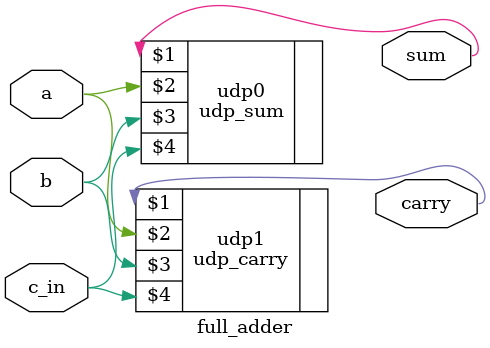
<source format=v>
`include "udp_sum.v"
`include "udp_carry.v"

module full_adder (output wire sum, carry,
                    input wire a, b, c_in
    
);

udp_sum udp0(sum, a, b, c_in);
udp_carry udp1(carry, a, b, c_in);

endmodule //full_adder
</source>
